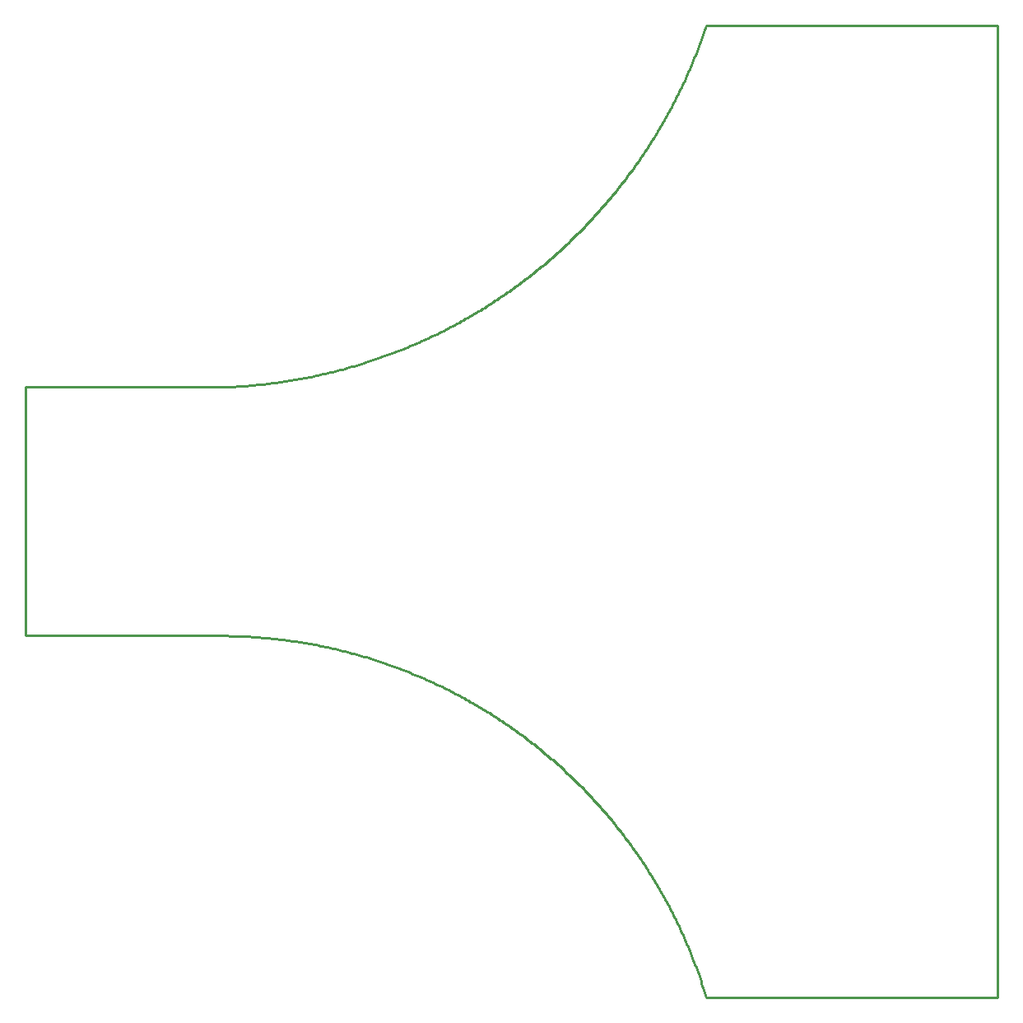
<source format=gm1>
G04*
G04 #@! TF.GenerationSoftware,Altium Limited,Altium Designer,19.1.9 (167)*
G04*
G04 Layer_Color=16711935*
%FSLAX25Y25*%
%MOIN*%
G70*
G01*
G75*
%ADD10C,0.01000*%
D10*
X-118110Y0D02*
X-118400Y957D01*
X-118694Y1913D01*
X-118992Y2867D01*
X-119296Y3819D01*
X-119604Y4771D01*
X-119916Y5720D01*
X-120234Y6668D01*
X-120555Y7615D01*
X-120882Y8560D01*
X-121213Y9504D01*
X-121549Y10445D01*
X-121889Y11386D01*
X-122233Y12324D01*
X-122583Y13261D01*
X-122937Y14196D01*
X-123295Y15129D01*
X-123658Y16061D01*
X-124026Y16991D01*
X-124398Y17919D01*
X-124774Y18845D01*
X-125155Y19770D01*
X-125541Y20692D01*
X-125931Y21613D01*
X-126325Y22531D01*
X-126724Y23448D01*
X-127128Y24363D01*
X-127535Y25276D01*
X-127948Y26187D01*
X-128364Y27095D01*
X-128785Y28002D01*
X-129211Y28907D01*
X-129641Y29810D01*
X-130075Y30710D01*
X-130514Y31609D01*
X-130957Y32505D01*
X-131404Y33399D01*
X-131856Y34291D01*
X-132312Y35181D01*
X-132773Y36068D01*
X-133237Y36954D01*
X-133706Y37837D01*
X-134180Y38717D01*
X-134657Y39596D01*
X-135139Y40472D01*
X-135625Y41346D01*
X-136116Y42217D01*
X-136610Y43086D01*
X-137109Y43952D01*
X-137612Y44816D01*
X-138119Y45678D01*
X-138631Y46537D01*
X-139146Y47394D01*
X-139666Y48248D01*
X-140190Y49099D01*
X-140718Y49948D01*
X-141250Y50795D01*
X-141786Y51639D01*
X-142327Y52480D01*
X-142871Y53318D01*
X-143420Y54154D01*
X-143972Y54988D01*
X-144529Y55818D01*
X-145090Y56646D01*
X-145654Y57471D01*
X-146223Y58293D01*
X-146796Y59113D01*
X-147372Y59930D01*
X-147953Y60744D01*
X-148538Y61555D01*
X-149126Y62363D01*
X-149719Y63169D01*
X-150315Y63971D01*
X-150915Y64771D01*
X-151520Y65567D01*
X-152128Y66361D01*
X-152739Y67152D01*
X-153355Y67939D01*
X-153975Y68724D01*
X-154598Y69506D01*
X-155225Y70285D01*
X-155856Y71060D01*
X-156491Y71833D01*
X-157129Y72602D01*
X-157772Y73369D01*
X-158417Y74132D01*
X-159067Y74892D01*
X-159720Y75649D01*
X-160377Y76402D01*
X-161038Y77153D01*
X-161702Y77900D01*
X-162370Y78644D01*
X-163042Y79385D01*
X-163717Y80122D01*
X-164395Y80857D01*
X-165078Y81587D01*
X-165763Y82315D01*
X-166453Y83039D01*
X-167146Y83760D01*
X-167842Y84478D01*
X-168542Y85192D01*
X-169245Y85902D01*
X-169952Y86609D01*
X-170662Y87313D01*
X-171376Y88013D01*
X-172093Y88710D01*
X-172813Y89404D01*
X-173537Y90093D01*
X-174264Y90780D01*
X-174994Y91463D01*
X-175728Y92142D01*
X-176465Y92817D01*
X-177205Y93489D01*
X-177949Y94158D01*
X-178696Y94823D01*
X-179446Y95484D01*
X-180199Y96141D01*
X-180956Y96795D01*
X-181715Y97445D01*
X-182478Y98092D01*
X-183244Y98734D01*
X-184013Y99373D01*
X-184785Y100008D01*
X-185560Y100640D01*
X-186338Y101268D01*
X-187120Y101891D01*
X-187904Y102512D01*
X-188691Y103128D01*
X-189482Y103740D01*
X-190275Y104349D01*
X-191071Y104953D01*
X-191870Y105554D01*
X-192673Y106151D01*
X-193477Y106744D01*
X-194285Y107333D01*
X-195096Y107918D01*
X-195910Y108500D01*
X-196726Y109077D01*
X-197545Y109650D01*
X-198367Y110219D01*
X-199192Y110785D01*
X-200019Y111346D01*
X-200849Y111903D01*
X-201682Y112456D01*
X-202518Y113005D01*
X-203356Y113550D01*
X-204197Y114091D01*
X-205040Y114628D01*
X-205887Y115161D01*
X-206735Y115689D01*
X-207586Y116214D01*
X-208440Y116734D01*
X-209296Y117250D01*
X-210155Y117762D01*
X-211017Y118270D01*
X-211880Y118774D01*
X-212746Y119273D01*
X-213615Y119768D01*
X-214486Y120259D01*
X-215359Y120746D01*
X-216235Y121229D01*
X-217113Y121707D01*
X-217994Y122181D01*
X-218876Y122650D01*
X-219761Y123116D01*
X-220648Y123577D01*
X-221538Y124033D01*
X-222429Y124486D01*
X-223323Y124934D01*
X-224219Y125377D01*
X-225117Y125817D01*
X-226018Y126251D01*
X-226920Y126682D01*
X-227825Y127108D01*
X-228731Y127530D01*
X-229640Y127947D01*
X-230550Y128360D01*
X-231463Y128769D01*
X-232377Y129173D01*
X-233294Y129572D01*
X-234212Y129967D01*
X-235133Y130358D01*
X-236055Y130744D01*
X-236979Y131126D01*
X-237905Y131503D01*
X-238833Y131875D01*
X-239762Y132244D01*
X-240694Y132607D01*
X-241627Y132966D01*
X-242562Y133321D01*
X-243498Y133671D01*
X-244437Y134016D01*
X-245376Y134357D01*
X-246318Y134693D01*
X-247261Y135025D01*
X-248206Y135352D01*
X-249152Y135674D01*
X-250100Y135992D01*
X-251050Y136305D01*
X-252001Y136614D01*
X-252953Y136918D01*
X-253907Y137217D01*
X-254863Y137512D01*
X-255820Y137802D01*
X-256778Y138088D01*
X-257737Y138368D01*
X-258698Y138644D01*
X-259661Y138916D01*
X-260624Y139182D01*
X-261589Y139444D01*
X-262555Y139702D01*
X-263523Y139954D01*
X-264491Y140202D01*
X-265461Y140445D01*
X-266432Y140684D01*
X-267404Y140918D01*
X-268377Y141147D01*
X-269352Y141371D01*
X-270327Y141590D01*
X-271304Y141805D01*
X-272281Y142015D01*
X-273259Y142221D01*
X-274239Y142421D01*
X-275219Y142617D01*
X-276201Y142808D01*
X-277183Y142994D01*
X-278167Y143175D01*
X-279151Y143352D01*
X-280135Y143524D01*
X-281121Y143691D01*
X-282108Y143853D01*
X-283095Y144010D01*
X-284083Y144163D01*
X-285072Y144311D01*
X-286062Y144454D01*
X-287052Y144592D01*
X-288043Y144726D01*
X-289034Y144854D01*
X-290026Y144978D01*
X-291019Y145097D01*
X-292012Y145211D01*
X-293006Y145320D01*
X-294001Y145424D01*
X-294995Y145524D01*
X-295991Y145619D01*
X-296987Y145709D01*
X-297983Y145794D01*
X-298979Y145874D01*
X-299976Y145949D01*
X-300974Y146019D01*
X-301971Y146085D01*
X-302969Y146146D01*
X-303967Y146202D01*
X-304966Y146253D01*
X-305965Y146299D01*
X-306964Y146340D01*
X-307963Y146377D01*
X-308962Y146408D01*
X-309962Y146435D01*
X-310961Y146457D01*
X-311961Y146474D01*
X-312961Y146486D01*
X-313961Y146494D01*
X-314960Y146496D01*
X-314961Y247205D02*
X-313960Y247235D01*
X-312958Y247269D01*
X-311958Y247308D01*
X-310957Y247352D01*
X-309956Y247400D01*
X-308956Y247454D01*
X-307956Y247512D01*
X-306957Y247574D01*
X-305957Y247642D01*
X-304958Y247714D01*
X-303959Y247790D01*
X-302961Y247872D01*
X-301963Y247958D01*
X-300966Y248048D01*
X-299969Y248144D01*
X-298972Y248244D01*
X-297976Y248349D01*
X-296980Y248458D01*
X-295985Y248572D01*
X-294990Y248691D01*
X-293997Y248815D01*
X-293003Y248943D01*
X-292010Y249076D01*
X-291018Y249213D01*
X-290027Y249355D01*
X-289036Y249502D01*
X-288046Y249653D01*
X-287056Y249809D01*
X-286068Y249970D01*
X-285080Y250135D01*
X-284092Y250305D01*
X-283106Y250480D01*
X-282121Y250659D01*
X-281136Y250843D01*
X-280152Y251031D01*
X-279170Y251224D01*
X-278188Y251422D01*
X-277207Y251624D01*
X-276226Y251831D01*
X-275248Y252043D01*
X-274269Y252259D01*
X-273292Y252480D01*
X-272316Y252705D01*
X-271341Y252935D01*
X-270368Y253169D01*
X-269395Y253408D01*
X-268423Y253651D01*
X-267453Y253900D01*
X-266484Y254152D01*
X-265516Y254409D01*
X-264549Y254671D01*
X-263583Y254937D01*
X-262619Y255208D01*
X-261656Y255483D01*
X-260694Y255763D01*
X-259734Y256048D01*
X-258774Y256336D01*
X-257817Y256630D01*
X-256860Y256928D01*
X-255906Y257230D01*
X-254952Y257537D01*
X-254000Y257848D01*
X-253049Y258164D01*
X-252100Y258484D01*
X-251153Y258808D01*
X-250207Y259138D01*
X-249262Y259471D01*
X-248319Y259809D01*
X-247378Y260152D01*
X-246438Y260498D01*
X-245500Y260849D01*
X-244564Y261205D01*
X-243629Y261565D01*
X-242696Y261929D01*
X-241765Y262298D01*
X-240835Y262671D01*
X-239907Y263049D01*
X-238981Y263430D01*
X-238057Y263817D01*
X-237135Y264207D01*
X-236214Y264602D01*
X-235296Y265001D01*
X-234379Y265404D01*
X-233464Y265812D01*
X-232551Y266224D01*
X-231640Y266640D01*
X-230731Y267061D01*
X-229824Y267486D01*
X-228919Y267915D01*
X-228016Y268348D01*
X-227115Y268786D01*
X-226216Y269228D01*
X-225319Y269674D01*
X-224424Y270124D01*
X-223531Y270578D01*
X-222641Y271037D01*
X-221753Y271499D01*
X-220866Y271966D01*
X-219982Y272438D01*
X-219101Y272913D01*
X-218221Y273392D01*
X-217344Y273875D01*
X-216469Y274363D01*
X-215596Y274855D01*
X-214726Y275351D01*
X-213858Y275850D01*
X-212992Y276354D01*
X-212129Y276862D01*
X-211268Y277374D01*
X-210410Y277890D01*
X-209554Y278411D01*
X-208700Y278935D01*
X-207849Y279463D01*
X-207000Y279995D01*
X-206154Y280531D01*
X-205311Y281071D01*
X-204470Y281615D01*
X-203631Y282163D01*
X-202795Y282715D01*
X-201962Y283270D01*
X-201131Y283830D01*
X-200303Y284394D01*
X-199478Y284961D01*
X-198655Y285532D01*
X-197835Y286107D01*
X-197018Y286686D01*
X-196203Y287269D01*
X-195391Y287856D01*
X-194582Y288446D01*
X-193776Y289041D01*
X-192972Y289639D01*
X-192171Y290240D01*
X-191374Y290846D01*
X-190578Y291455D01*
X-189786Y292068D01*
X-188997Y292685D01*
X-188211Y293305D01*
X-187427Y293929D01*
X-186647Y294557D01*
X-185869Y295188D01*
X-185095Y295824D01*
X-184323Y296462D01*
X-183554Y297105D01*
X-182789Y297750D01*
X-182026Y298400D01*
X-181267Y299053D01*
X-180510Y299710D01*
X-179757Y300370D01*
X-179007Y301033D01*
X-178260Y301701D01*
X-177516Y302371D01*
X-176775Y303046D01*
X-176038Y303723D01*
X-175303Y304404D01*
X-174572Y305089D01*
X-173844Y305777D01*
X-173119Y306468D01*
X-172397Y307163D01*
X-171679Y307861D01*
X-170964Y308563D01*
X-170253Y309267D01*
X-169544Y309976D01*
X-168839Y310687D01*
X-168138Y311402D01*
X-167439Y312120D01*
X-166744Y312841D01*
X-166053Y313566D01*
X-165365Y314294D01*
X-164680Y315025D01*
X-163999Y315759D01*
X-163321Y316497D01*
X-162647Y317237D01*
X-161976Y317981D01*
X-161308Y318728D01*
X-160645Y319478D01*
X-159984Y320231D01*
X-159327Y320988D01*
X-158674Y321747D01*
X-158025Y322509D01*
X-157379Y323275D01*
X-156736Y324043D01*
X-156097Y324815D01*
X-155462Y325589D01*
X-154830Y326366D01*
X-154202Y327147D01*
X-153578Y327930D01*
X-152958Y328716D01*
X-152341Y329505D01*
X-151728Y330298D01*
X-151118Y331092D01*
X-150513Y331890D01*
X-149910Y332691D01*
X-149312Y333494D01*
X-148718Y334300D01*
X-148127Y335109D01*
X-147540Y335921D01*
X-146958Y336736D01*
X-146378Y337553D01*
X-145803Y338373D01*
X-145231Y339195D01*
X-144664Y340021D01*
X-144100Y340848D01*
X-143540Y341679D01*
X-142984Y342512D01*
X-142432Y343348D01*
X-141884Y344186D01*
X-141340Y345027D01*
X-140800Y345871D01*
X-140264Y346717D01*
X-139731Y347565D01*
X-139203Y348416D01*
X-138679Y349270D01*
X-138159Y350126D01*
X-137642Y350984D01*
X-137130Y351845D01*
X-136622Y352708D01*
X-136118Y353574D01*
X-135618Y354441D01*
X-135122Y355312D01*
X-134630Y356184D01*
X-134142Y357059D01*
X-133659Y357936D01*
X-133179Y358816D01*
X-132704Y359697D01*
X-132232Y360581D01*
X-131765Y361467D01*
X-131302Y362355D01*
X-130843Y363246D01*
X-130389Y364138D01*
X-129938Y365033D01*
X-129492Y365930D01*
X-129050Y366829D01*
X-128613Y367730D01*
X-128179Y368633D01*
X-127750Y369538D01*
X-127325Y370444D01*
X-126904Y371354D01*
X-126488Y372265D01*
X-126075Y373177D01*
X-125667Y374092D01*
X-125264Y375009D01*
X-124864Y375927D01*
X-124469Y376848D01*
X-124079Y377770D01*
X-123692Y378694D01*
X-123310Y379620D01*
X-122933Y380548D01*
X-122559Y381477D01*
X-122190Y382409D01*
X-121826Y383342D01*
X-121466Y384276D01*
X-121110Y385213D01*
X-120758Y386151D01*
X-120412Y387090D01*
X-120069Y388031D01*
X-119731Y388974D01*
X-119397Y389919D01*
X-119068Y390865D01*
X-118743Y391812D01*
X-118423Y392761D01*
X-118110Y393701D01*
X-118110Y393701D02*
X0D01*
X-393701Y146496D02*
Y247205D01*
Y146496D02*
X-314961Y146496D01*
X-118110Y0D02*
X0D01*
X-0D02*
X0Y393701D01*
X-393701Y247205D02*
X-314961Y247205D01*
M02*

</source>
